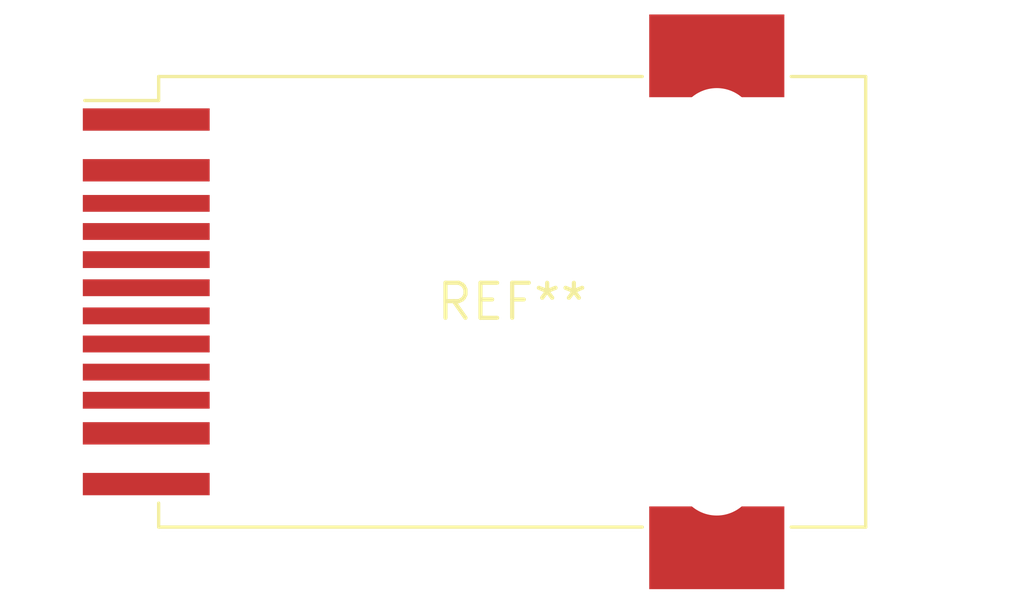
<source format=kicad_pcb>
(kicad_pcb (version 20240108) (generator pcbnew)
  (layers (0 "F.Cu" signal) (31 "B.Cu" signal) (34 "B.Paste" user) (35 "F.Paste" user) (36 "B.SilkS" user "B.Silkscreen") (37 "F.SilkS" user "F.Silkscreen") (38 "B.Mask" user) (39 "F.Mask" user) (44 "Edge.Cuts" user))
  (net 0 "")
  (footprint "RJ45_Wuerth_74980111211_Horizontal" (layer "F.Cu") (at 0 0)
    (property "Reference" "REF**")
    (property "Value" "RJ45_Wuerth_74980111211_Horizontal")
    (fp_line (start -12.82 -8.17) (end -12.82 -7.3) (layer "F.SilkS") (stroke (width 0.12)))
    (fp_line (start -12.82 -8.17) (end 4.72 -8.17) (layer "F.SilkS") (stroke (width 0.12)))
    (fp_line (start -12.82 -7.3) (end -15.5 -7.3) (layer "F.SilkS") (stroke (width 0.12)))
    (fp_line (start -12.82 8.17) (end -12.82 7.3) (layer "F.SilkS") (stroke (width 0.12)))
    (fp_line (start -12.82 8.17) (end 4.72 8.17) (layer "F.SilkS") (stroke (width 0.12)))
    (fp_line (start 12.82 -8.17) (end 10.12 -8.17) (layer "F.SilkS") (stroke (width 0.12)))
    (fp_line (start 12.82 -8.17) (end 12.82 8.17) (layer "F.SilkS") (stroke (width 0.12)))
    (fp_line (start 12.82 8.17) (end 10.12 8.17) (layer "F.SilkS") (stroke (width 0.12)))
    (pad "" np_thru_hole circle (at 7.42 -6.35) (size 2.8 2.8) (drill 2.8) (layers *.Cu *.Mask))
    (pad "" np_thru_hole circle (at 7.42 6.35) (size 2.8 2.8) (drill 2.8) (layers *.Cu *.Mask))
    (pad "1" smd rect (at -13.27 -6.61) (size 4.6 0.81) (layers "F.Cu" "F.Paste" "F.Mask"))
    (pad "2" smd rect (at -13.27 -4.77) (size 4.6 0.81) (layers "F.Cu" "F.Paste" "F.Mask"))
    (pad "3" smd rect (at -13.27 -3.57) (size 4.6 0.61) (layers "F.Cu" "F.Paste" "F.Mask"))
    (pad "4" smd rect (at -13.27 -2.55) (size 4.6 0.61) (layers "F.Cu" "F.Paste" "F.Mask"))
    (pad "5" smd rect (at -13.27 -1.53) (size 4.6 0.61) (layers "F.Cu" "F.Paste" "F.Mask"))
    (pad "6" smd rect (at -13.27 -0.51) (size 4.6 0.61) (layers "F.Cu" "F.Paste" "F.Mask"))
    (pad "7" smd rect (at -13.27 0.51) (size 4.6 0.61) (layers "F.Cu" "F.Paste" "F.Mask"))
    (pad "8" smd rect (at -13.27 1.53) (size 4.6 0.61) (layers "F.Cu" "F.Paste" "F.Mask"))
    (pad "9" smd rect (at -13.27 2.55) (size 4.6 0.61) (layers "F.Cu" "F.Paste" "F.Mask"))
    (pad "10" smd rect (at -13.27 3.57) (size 4.6 0.61) (layers "F.Cu" "F.Paste" "F.Mask"))
    (pad "11" smd rect (at -13.27 4.77) (size 4.6 0.81) (layers "F.Cu" "F.Paste" "F.Mask"))
    (pad "12" smd rect (at -13.27 6.61) (size 4.6 0.81) (layers "F.Cu" "F.Paste" "F.Mask"))
    (pad "SH" smd rect (at 7.42 -8.92) (size 4.9 3) (layers "F.Cu" "F.Paste" "F.Mask"))
    (pad "SH" smd rect (at 7.42 8.92) (size 4.9 3) (layers "F.Cu" "F.Paste" "F.Mask"))
  )
)
</source>
